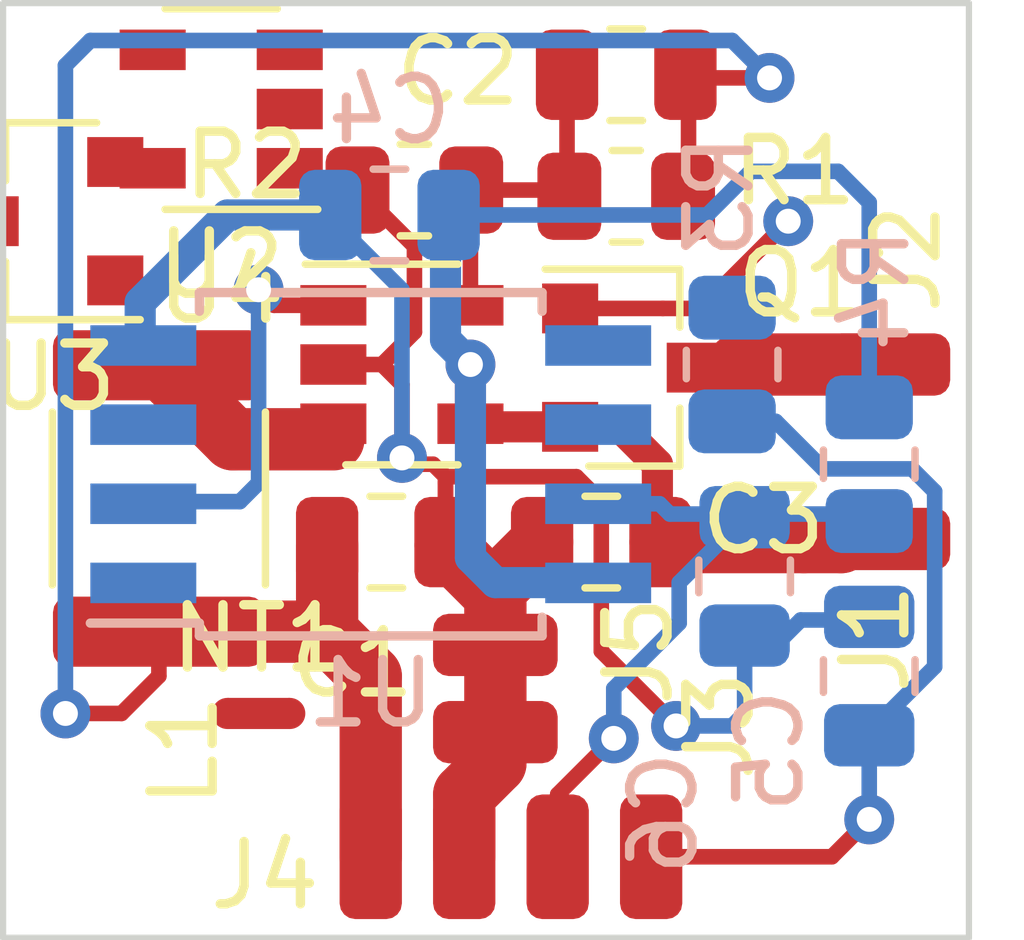
<source format=kicad_pcb>
(kicad_pcb (version 20171130) (host pcbnew 5.1.10-88a1d61d58~90~ubuntu20.04.1)

  (general
    (thickness 1)
    (drawings 4)
    (tracks 112)
    (zones 0)
    (modules 22)
    (nets 18)
  )

  (page A4)
  (layers
    (0 F.Cu signal hide)
    (31 B.Cu signal)
    (36 B.SilkS user hide)
    (37 F.SilkS user hide)
    (38 B.Mask user hide)
    (39 F.Mask user hide)
    (40 Dwgs.User user hide)
    (41 Cmts.User user hide)
    (42 Eco1.User user hide)
    (43 Eco2.User user hide)
    (44 Edge.Cuts user)
    (45 Margin user hide)
    (46 B.CrtYd user)
    (47 F.CrtYd user)
    (48 B.Fab user)
    (49 F.Fab user hide)
  )

  (setup
    (last_trace_width 0.25)
    (user_trace_width 0.5)
    (user_trace_width 1)
    (trace_clearance 0.2)
    (zone_clearance 0.508)
    (zone_45_only no)
    (trace_min 0.2)
    (via_size 0.8)
    (via_drill 0.4)
    (via_min_size 0.4)
    (via_min_drill 0.3)
    (uvia_size 0.3)
    (uvia_drill 0.1)
    (uvias_allowed no)
    (uvia_min_size 0.2)
    (uvia_min_drill 0.1)
    (edge_width 0.1)
    (segment_width 0.2)
    (pcb_text_width 0.3)
    (pcb_text_size 1.5 1.5)
    (mod_edge_width 0.15)
    (mod_text_size 1 1)
    (mod_text_width 0.15)
    (pad_size 1.524 1.524)
    (pad_drill 0.762)
    (pad_to_mask_clearance 0)
    (aux_axis_origin 0 0)
    (visible_elements FFF9FF7F)
    (pcbplotparams
      (layerselection 0x010f0_ffffffff)
      (usegerberextensions true)
      (usegerberattributes true)
      (usegerberadvancedattributes true)
      (creategerberjobfile false)
      (excludeedgelayer true)
      (linewidth 0.100000)
      (plotframeref false)
      (viasonmask false)
      (mode 1)
      (useauxorigin false)
      (hpglpennumber 1)
      (hpglpenspeed 20)
      (hpglpendiameter 15.000000)
      (psnegative false)
      (psa4output false)
      (plotreference true)
      (plotvalue true)
      (plotinvisibletext false)
      (padsonsilk false)
      (subtractmaskfromsilk false)
      (outputformat 1)
      (mirror false)
      (drillshape 0)
      (scaleselection 1)
      (outputdirectory "../gerber/led_lamp_base/"))
  )

  (net 0 "")
  (net 1 Vreg)
  (net 2 GND)
  (net 3 Vin)
  (net 4 /SW)
  (net 5 +BATT)
  (net 6 "Net-(L1-Pad1)")
  (net 7 "Net-(U1-Pad1)")
  (net 8 /FB)
  (net 9 /Vdim)
  (net 10 /~SW)
  (net 11 /REFON)
  (net 12 /~BATBYP)
  (net 13 "Net-(R3-Pad2)")
  (net 14 /LEDON)
  (net 15 /OC1A)
  (net 16 /REFIN)
  (net 17 +2V5)

  (net_class Default "This is the default net class."
    (clearance 0.2)
    (trace_width 0.25)
    (via_dia 0.8)
    (via_drill 0.4)
    (uvia_dia 0.3)
    (uvia_drill 0.1)
    (add_net +2V5)
    (add_net +BATT)
    (add_net /FB)
    (add_net /LEDON)
    (add_net /OC1A)
    (add_net /REFIN)
    (add_net /REFON)
    (add_net /SW)
    (add_net /Vdim)
    (add_net /~BATBYP)
    (add_net /~SW)
    (add_net GND)
    (add_net "Net-(L1-Pad1)")
    (add_net "Net-(R3-Pad2)")
    (add_net "Net-(U1-Pad1)")
    (add_net Vin)
    (add_net Vreg)
  )

  (module Capacitor_SMD:C_0805_2012Metric (layer F.Cu) (tedit 5F68FEEE) (tstamp 6167BDEF)
    (at 156.15 109.65)
    (descr "Capacitor SMD 0805 (2012 Metric), square (rectangular) end terminal, IPC_7351 nominal, (Body size source: IPC-SM-782 page 76, https://www.pcb-3d.com/wordpress/wp-content/uploads/ipc-sm-782a_amendment_1_and_2.pdf, https://docs.google.com/spreadsheets/d/1BsfQQcO9C6DZCsRaXUlFlo91Tg2WpOkGARC1WS5S8t0/edit?usp=sharing), generated with kicad-footprint-generator")
    (tags capacitor)
    (path /6163C6A3)
    (attr smd)
    (fp_text reference C1 (at -0.55 1.95) (layer F.SilkS)
      (effects (font (size 1 1) (thickness 0.15)))
    )
    (fp_text value 10u (at 0 1.68) (layer F.Fab)
      (effects (font (size 1 1) (thickness 0.15)))
    )
    (fp_line (start 1.7 0.98) (end -1.7 0.98) (layer F.CrtYd) (width 0.05))
    (fp_line (start 1.7 -0.98) (end 1.7 0.98) (layer F.CrtYd) (width 0.05))
    (fp_line (start -1.7 -0.98) (end 1.7 -0.98) (layer F.CrtYd) (width 0.05))
    (fp_line (start -1.7 0.98) (end -1.7 -0.98) (layer F.CrtYd) (width 0.05))
    (fp_line (start -0.261252 0.735) (end 0.261252 0.735) (layer F.SilkS) (width 0.12))
    (fp_line (start -0.261252 -0.735) (end 0.261252 -0.735) (layer F.SilkS) (width 0.12))
    (fp_line (start 1 0.625) (end -1 0.625) (layer F.Fab) (width 0.1))
    (fp_line (start 1 -0.625) (end 1 0.625) (layer F.Fab) (width 0.1))
    (fp_line (start -1 -0.625) (end 1 -0.625) (layer F.Fab) (width 0.1))
    (fp_line (start -1 0.625) (end -1 -0.625) (layer F.Fab) (width 0.1))
    (fp_text user %R (at 0 0) (layer F.Fab)
      (effects (font (size 0.5 0.5) (thickness 0.08)))
    )
    (pad 1 smd roundrect (at -0.95 0) (size 1 1.45) (layers F.Cu F.Paste F.Mask) (roundrect_rratio 0.25)
      (net 1 Vreg))
    (pad 2 smd roundrect (at 0.95 0) (size 1 1.45) (layers F.Cu F.Paste F.Mask) (roundrect_rratio 0.25)
      (net 2 GND))
    (model ${KISYS3DMOD}/Capacitor_SMD.3dshapes/C_0805_2012Metric.wrl
      (at (xyz 0 0 0))
      (scale (xyz 1 1 1))
      (rotate (xyz 0 0 0))
    )
  )

  (module Capacitor_SMD:C_0805_2012Metric (layer F.Cu) (tedit 5F68FEEE) (tstamp 6167C371)
    (at 160 102.15 180)
    (descr "Capacitor SMD 0805 (2012 Metric), square (rectangular) end terminal, IPC_7351 nominal, (Body size source: IPC-SM-782 page 76, https://www.pcb-3d.com/wordpress/wp-content/uploads/ipc-sm-782a_amendment_1_and_2.pdf, https://docs.google.com/spreadsheets/d/1BsfQQcO9C6DZCsRaXUlFlo91Tg2WpOkGARC1WS5S8t0/edit?usp=sharing), generated with kicad-footprint-generator")
    (tags capacitor)
    (path /6163A624)
    (attr smd)
    (fp_text reference C2 (at 2.7 0.05) (layer F.SilkS)
      (effects (font (size 1 1) (thickness 0.15)))
    )
    (fp_text value 22p (at 0 1.68) (layer F.Fab)
      (effects (font (size 1 1) (thickness 0.15)))
    )
    (fp_line (start 1.7 0.98) (end -1.7 0.98) (layer F.CrtYd) (width 0.05))
    (fp_line (start 1.7 -0.98) (end 1.7 0.98) (layer F.CrtYd) (width 0.05))
    (fp_line (start -1.7 -0.98) (end 1.7 -0.98) (layer F.CrtYd) (width 0.05))
    (fp_line (start -1.7 0.98) (end -1.7 -0.98) (layer F.CrtYd) (width 0.05))
    (fp_line (start -0.261252 0.735) (end 0.261252 0.735) (layer F.SilkS) (width 0.12))
    (fp_line (start -0.261252 -0.735) (end 0.261252 -0.735) (layer F.SilkS) (width 0.12))
    (fp_line (start 1 0.625) (end -1 0.625) (layer F.Fab) (width 0.1))
    (fp_line (start 1 -0.625) (end 1 0.625) (layer F.Fab) (width 0.1))
    (fp_line (start -1 -0.625) (end 1 -0.625) (layer F.Fab) (width 0.1))
    (fp_line (start -1 0.625) (end -1 -0.625) (layer F.Fab) (width 0.1))
    (fp_text user %R (at 0 0) (layer F.Fab)
      (effects (font (size 0.5 0.5) (thickness 0.08)))
    )
    (pad 1 smd roundrect (at -0.95 0 180) (size 1 1.45) (layers F.Cu F.Paste F.Mask) (roundrect_rratio 0.25)
      (net 1 Vreg))
    (pad 2 smd roundrect (at 0.95 0 180) (size 1 1.45) (layers F.Cu F.Paste F.Mask) (roundrect_rratio 0.25)
      (net 8 /FB))
    (model ${KISYS3DMOD}/Capacitor_SMD.3dshapes/C_0805_2012Metric.wrl
      (at (xyz 0 0 0))
      (scale (xyz 1 1 1))
      (rotate (xyz 0 0 0))
    )
  )

  (module Capacitor_SMD:C_0805_2012Metric (layer F.Cu) (tedit 5F68FEEE) (tstamp 6167BE11)
    (at 159.6 109.65 180)
    (descr "Capacitor SMD 0805 (2012 Metric), square (rectangular) end terminal, IPC_7351 nominal, (Body size source: IPC-SM-782 page 76, https://www.pcb-3d.com/wordpress/wp-content/uploads/ipc-sm-782a_amendment_1_and_2.pdf, https://docs.google.com/spreadsheets/d/1BsfQQcO9C6DZCsRaXUlFlo91Tg2WpOkGARC1WS5S8t0/edit?usp=sharing), generated with kicad-footprint-generator")
    (tags capacitor)
    (path /6163D5CC)
    (attr smd)
    (fp_text reference C3 (at -2.6 0.35) (layer F.SilkS)
      (effects (font (size 1 1) (thickness 0.15)))
    )
    (fp_text value 10u (at 0 1.68) (layer F.Fab)
      (effects (font (size 1 1) (thickness 0.15)))
    )
    (fp_line (start -1 0.625) (end -1 -0.625) (layer F.Fab) (width 0.1))
    (fp_line (start -1 -0.625) (end 1 -0.625) (layer F.Fab) (width 0.1))
    (fp_line (start 1 -0.625) (end 1 0.625) (layer F.Fab) (width 0.1))
    (fp_line (start 1 0.625) (end -1 0.625) (layer F.Fab) (width 0.1))
    (fp_line (start -0.261252 -0.735) (end 0.261252 -0.735) (layer F.SilkS) (width 0.12))
    (fp_line (start -0.261252 0.735) (end 0.261252 0.735) (layer F.SilkS) (width 0.12))
    (fp_line (start -1.7 0.98) (end -1.7 -0.98) (layer F.CrtYd) (width 0.05))
    (fp_line (start -1.7 -0.98) (end 1.7 -0.98) (layer F.CrtYd) (width 0.05))
    (fp_line (start 1.7 -0.98) (end 1.7 0.98) (layer F.CrtYd) (width 0.05))
    (fp_line (start 1.7 0.98) (end -1.7 0.98) (layer F.CrtYd) (width 0.05))
    (fp_text user %R (at 0 0) (layer F.Fab)
      (effects (font (size 0.5 0.5) (thickness 0.08)))
    )
    (pad 2 smd roundrect (at 0.95 0 180) (size 1 1.45) (layers F.Cu F.Paste F.Mask) (roundrect_rratio 0.25)
      (net 2 GND))
    (pad 1 smd roundrect (at -0.95 0 180) (size 1 1.45) (layers F.Cu F.Paste F.Mask) (roundrect_rratio 0.25)
      (net 3 Vin))
    (model ${KISYS3DMOD}/Capacitor_SMD.3dshapes/C_0805_2012Metric.wrl
      (at (xyz 0 0 0))
      (scale (xyz 1 1 1))
      (rotate (xyz 0 0 0))
    )
  )

  (module Capacitor_SMD:C_0805_2012Metric (layer B.Cu) (tedit 5F68FEEE) (tstamp 6167BE22)
    (at 156.2 104.4 180)
    (descr "Capacitor SMD 0805 (2012 Metric), square (rectangular) end terminal, IPC_7351 nominal, (Body size source: IPC-SM-782 page 76, https://www.pcb-3d.com/wordpress/wp-content/uploads/ipc-sm-782a_amendment_1_and_2.pdf, https://docs.google.com/spreadsheets/d/1BsfQQcO9C6DZCsRaXUlFlo91Tg2WpOkGARC1WS5S8t0/edit?usp=sharing), generated with kicad-footprint-generator")
    (tags capacitor)
    (path /61661E47)
    (attr smd)
    (fp_text reference C4 (at 0 1.68) (layer B.SilkS)
      (effects (font (size 1 1) (thickness 0.15)) (justify mirror))
    )
    (fp_text value 0,1u (at 0 -1.68) (layer B.Fab)
      (effects (font (size 1 1) (thickness 0.15)) (justify mirror))
    )
    (fp_line (start -1 -0.625) (end -1 0.625) (layer B.Fab) (width 0.1))
    (fp_line (start -1 0.625) (end 1 0.625) (layer B.Fab) (width 0.1))
    (fp_line (start 1 0.625) (end 1 -0.625) (layer B.Fab) (width 0.1))
    (fp_line (start 1 -0.625) (end -1 -0.625) (layer B.Fab) (width 0.1))
    (fp_line (start -0.261252 0.735) (end 0.261252 0.735) (layer B.SilkS) (width 0.12))
    (fp_line (start -0.261252 -0.735) (end 0.261252 -0.735) (layer B.SilkS) (width 0.12))
    (fp_line (start -1.7 -0.98) (end -1.7 0.98) (layer B.CrtYd) (width 0.05))
    (fp_line (start -1.7 0.98) (end 1.7 0.98) (layer B.CrtYd) (width 0.05))
    (fp_line (start 1.7 0.98) (end 1.7 -0.98) (layer B.CrtYd) (width 0.05))
    (fp_line (start 1.7 -0.98) (end -1.7 -0.98) (layer B.CrtYd) (width 0.05))
    (fp_text user %R (at 0 0) (layer B.Fab)
      (effects (font (size 0.5 0.5) (thickness 0.08)) (justify mirror))
    )
    (pad 2 smd roundrect (at 0.95 0 180) (size 1 1.45) (layers B.Cu B.Paste B.Mask) (roundrect_rratio 0.25)
      (net 2 GND))
    (pad 1 smd roundrect (at -0.95 0 180) (size 1 1.45) (layers B.Cu B.Paste B.Mask) (roundrect_rratio 0.25)
      (net 3 Vin))
    (model ${KISYS3DMOD}/Capacitor_SMD.3dshapes/C_0805_2012Metric.wrl
      (at (xyz 0 0 0))
      (scale (xyz 1 1 1))
      (rotate (xyz 0 0 0))
    )
  )

  (module Capacitor_SMD:C_0805_2012Metric (layer B.Cu) (tedit 5F68FEEE) (tstamp 6167BE33)
    (at 163.9 111.8 90)
    (descr "Capacitor SMD 0805 (2012 Metric), square (rectangular) end terminal, IPC_7351 nominal, (Body size source: IPC-SM-782 page 76, https://www.pcb-3d.com/wordpress/wp-content/uploads/ipc-sm-782a_amendment_1_and_2.pdf, https://docs.google.com/spreadsheets/d/1BsfQQcO9C6DZCsRaXUlFlo91Tg2WpOkGARC1WS5S8t0/edit?usp=sharing), generated with kicad-footprint-generator")
    (tags capacitor)
    (path /6166524A)
    (attr smd)
    (fp_text reference C5 (at -1.2 -1.6 90) (layer B.SilkS)
      (effects (font (size 1 1) (thickness 0.15)) (justify mirror))
    )
    (fp_text value 0,1u (at 0 -1.68 90) (layer B.Fab)
      (effects (font (size 1 1) (thickness 0.15)) (justify mirror))
    )
    (fp_line (start 1.7 -0.98) (end -1.7 -0.98) (layer B.CrtYd) (width 0.05))
    (fp_line (start 1.7 0.98) (end 1.7 -0.98) (layer B.CrtYd) (width 0.05))
    (fp_line (start -1.7 0.98) (end 1.7 0.98) (layer B.CrtYd) (width 0.05))
    (fp_line (start -1.7 -0.98) (end -1.7 0.98) (layer B.CrtYd) (width 0.05))
    (fp_line (start -0.261252 -0.735) (end 0.261252 -0.735) (layer B.SilkS) (width 0.12))
    (fp_line (start -0.261252 0.735) (end 0.261252 0.735) (layer B.SilkS) (width 0.12))
    (fp_line (start 1 -0.625) (end -1 -0.625) (layer B.Fab) (width 0.1))
    (fp_line (start 1 0.625) (end 1 -0.625) (layer B.Fab) (width 0.1))
    (fp_line (start -1 0.625) (end 1 0.625) (layer B.Fab) (width 0.1))
    (fp_line (start -1 -0.625) (end -1 0.625) (layer B.Fab) (width 0.1))
    (fp_text user %R (at 0 0 90) (layer B.Fab)
      (effects (font (size 0.5 0.5) (thickness 0.08)) (justify mirror))
    )
    (pad 1 smd roundrect (at -0.95 0 90) (size 1 1.45) (layers B.Cu B.Paste B.Mask) (roundrect_rratio 0.25)
      (net 9 /Vdim))
    (pad 2 smd roundrect (at 0.95 0 90) (size 1 1.45) (layers B.Cu B.Paste B.Mask) (roundrect_rratio 0.25)
      (net 2 GND))
    (model ${KISYS3DMOD}/Capacitor_SMD.3dshapes/C_0805_2012Metric.wrl
      (at (xyz 0 0 0))
      (scale (xyz 1 1 1))
      (rotate (xyz 0 0 0))
    )
  )

  (module Capacitor_SMD:C_0805_2012Metric (layer B.Cu) (tedit 5F68FEEE) (tstamp 6167BE44)
    (at 161.9 110.2 270)
    (descr "Capacitor SMD 0805 (2012 Metric), square (rectangular) end terminal, IPC_7351 nominal, (Body size source: IPC-SM-782 page 76, https://www.pcb-3d.com/wordpress/wp-content/uploads/ipc-sm-782a_amendment_1_and_2.pdf, https://docs.google.com/spreadsheets/d/1BsfQQcO9C6DZCsRaXUlFlo91Tg2WpOkGARC1WS5S8t0/edit?usp=sharing), generated with kicad-footprint-generator")
    (tags capacitor)
    (path /6168B627)
    (attr smd)
    (fp_text reference C6 (at 3.8 1.3 270) (layer B.SilkS)
      (effects (font (size 1 1) (thickness 0.15)) (justify mirror))
    )
    (fp_text value 0.1u (at 0 -1.68 270) (layer B.Fab)
      (effects (font (size 1 1) (thickness 0.15)) (justify mirror))
    )
    (fp_line (start -1 -0.625) (end -1 0.625) (layer B.Fab) (width 0.1))
    (fp_line (start -1 0.625) (end 1 0.625) (layer B.Fab) (width 0.1))
    (fp_line (start 1 0.625) (end 1 -0.625) (layer B.Fab) (width 0.1))
    (fp_line (start 1 -0.625) (end -1 -0.625) (layer B.Fab) (width 0.1))
    (fp_line (start -0.261252 0.735) (end 0.261252 0.735) (layer B.SilkS) (width 0.12))
    (fp_line (start -0.261252 -0.735) (end 0.261252 -0.735) (layer B.SilkS) (width 0.12))
    (fp_line (start -1.7 -0.98) (end -1.7 0.98) (layer B.CrtYd) (width 0.05))
    (fp_line (start -1.7 0.98) (end 1.7 0.98) (layer B.CrtYd) (width 0.05))
    (fp_line (start 1.7 0.98) (end 1.7 -0.98) (layer B.CrtYd) (width 0.05))
    (fp_line (start 1.7 -0.98) (end -1.7 -0.98) (layer B.CrtYd) (width 0.05))
    (fp_text user %R (at 0 0 270) (layer B.Fab)
      (effects (font (size 0.5 0.5) (thickness 0.08)) (justify mirror))
    )
    (pad 2 smd roundrect (at 0.95 0 270) (size 1 1.45) (layers B.Cu B.Paste B.Mask) (roundrect_rratio 0.25)
      (net 2 GND))
    (pad 1 smd roundrect (at -0.95 0 270) (size 1 1.45) (layers B.Cu B.Paste B.Mask) (roundrect_rratio 0.25)
      (net 4 /SW))
    (model ${KISYS3DMOD}/Capacitor_SMD.3dshapes/C_0805_2012Metric.wrl
      (at (xyz 0 0 0))
      (scale (xyz 1 1 1))
      (rotate (xyz 0 0 0))
    )
  )

  (module led_lamp:SolderWirePad_1x01_SMD_1x2mm (layer F.Cu) (tedit 615F4851) (tstamp 6167BE52)
    (at 164.2 109.6 90)
    (descr "Wire Pad, Square, SMD Pad,  1mmx2mm")
    (tags "MesurementPoint Square SMDPad 5mmx10mm ")
    (path /6169CED8)
    (attr virtual)
    (fp_text reference J1 (at -1.6 -0.2 90) (layer F.SilkS)
      (effects (font (size 1 1) (thickness 0.15)))
    )
    (fp_text value Conn_01x01 (at 0 2.85 90) (layer F.Fab)
      (effects (font (size 1 1) (thickness 0.15)))
    )
    (fp_line (start -0.65 1.27) (end -0.65 -1.27) (layer F.Fab) (width 0.1))
    (fp_line (start 0.65 1.27) (end -0.65 1.27) (layer F.Fab) (width 0.1))
    (fp_line (start 0.65 -1.27) (end 0.65 1.27) (layer F.Fab) (width 0.1))
    (fp_line (start -0.65 -1.27) (end 0.65 -1.27) (layer F.Fab) (width 0.1))
    (fp_line (start -0.65 -1.27) (end -0.65 1.27) (layer F.CrtYd) (width 0.05))
    (fp_line (start -0.65 1.27) (end 0.65 1.27) (layer F.CrtYd) (width 0.05))
    (fp_line (start 0.65 1.27) (end 0.65 -1.27) (layer F.CrtYd) (width 0.05))
    (fp_line (start 0.65 -1.27) (end -0.65 -1.27) (layer F.CrtYd) (width 0.05))
    (fp_text user %R (at 0 0 90) (layer F.Fab)
      (effects (font (size 1 1) (thickness 0.15)))
    )
    (pad 1 smd roundrect (at 0 0 90) (size 1 2) (layers F.Cu F.Paste F.Mask) (roundrect_rratio 0.25)
      (net 3 Vin))
  )

  (module led_lamp:SolderWirePad_1x01_SMD_1x2mm (layer F.Cu) (tedit 615F4851) (tstamp 61681345)
    (at 164.2 106.8 90)
    (descr "Wire Pad, Square, SMD Pad,  1mmx2mm")
    (tags "MesurementPoint Square SMDPad 5mmx10mm ")
    (path /61649662)
    (attr virtual)
    (fp_text reference J2 (at 1.7 0.3 90) (layer F.SilkS)
      (effects (font (size 1 1) (thickness 0.15)))
    )
    (fp_text value Conn_01x01 (at 0 2.85 90) (layer F.Fab)
      (effects (font (size 1 1) (thickness 0.15)))
    )
    (fp_line (start 0.65 -1.27) (end -0.65 -1.27) (layer F.CrtYd) (width 0.05))
    (fp_line (start 0.65 1.27) (end 0.65 -1.27) (layer F.CrtYd) (width 0.05))
    (fp_line (start -0.65 1.27) (end 0.65 1.27) (layer F.CrtYd) (width 0.05))
    (fp_line (start -0.65 -1.27) (end -0.65 1.27) (layer F.CrtYd) (width 0.05))
    (fp_line (start -0.65 -1.27) (end 0.65 -1.27) (layer F.Fab) (width 0.1))
    (fp_line (start 0.65 -1.27) (end 0.65 1.27) (layer F.Fab) (width 0.1))
    (fp_line (start 0.65 1.27) (end -0.65 1.27) (layer F.Fab) (width 0.1))
    (fp_line (start -0.65 1.27) (end -0.65 -1.27) (layer F.Fab) (width 0.1))
    (fp_text user %R (at 0 0 90) (layer F.Fab)
      (effects (font (size 1 1) (thickness 0.15)))
    )
    (pad 1 smd roundrect (at 0 0 90) (size 1 2) (layers F.Cu F.Paste F.Mask) (roundrect_rratio 0.25)
      (net 5 +BATT))
  )

  (module led_lamp:SolderWirePad_1x01_SMD_1x2mm (layer F.Cu) (tedit 615F4851) (tstamp 6167BE6E)
    (at 157.9 112.7 270)
    (descr "Wire Pad, Square, SMD Pad,  1mmx2mm")
    (tags "MesurementPoint Square SMDPad 5mmx10mm ")
    (path /6164CA1C)
    (attr virtual)
    (fp_text reference J3 (at -0.1 -3.6 90) (layer F.SilkS)
      (effects (font (size 1 1) (thickness 0.15)))
    )
    (fp_text value Conn_01x01 (at 0 2.85 90) (layer F.Fab)
      (effects (font (size 1 1) (thickness 0.15)))
    )
    (fp_line (start 0.65 -1.27) (end -0.65 -1.27) (layer F.CrtYd) (width 0.05))
    (fp_line (start 0.65 1.27) (end 0.65 -1.27) (layer F.CrtYd) (width 0.05))
    (fp_line (start -0.65 1.27) (end 0.65 1.27) (layer F.CrtYd) (width 0.05))
    (fp_line (start -0.65 -1.27) (end -0.65 1.27) (layer F.CrtYd) (width 0.05))
    (fp_line (start -0.65 -1.27) (end 0.65 -1.27) (layer F.Fab) (width 0.1))
    (fp_line (start 0.65 -1.27) (end 0.65 1.27) (layer F.Fab) (width 0.1))
    (fp_line (start 0.65 1.27) (end -0.65 1.27) (layer F.Fab) (width 0.1))
    (fp_line (start -0.65 1.27) (end -0.65 -1.27) (layer F.Fab) (width 0.1))
    (fp_text user %R (at 0 0 90) (layer F.Fab)
      (effects (font (size 1 1) (thickness 0.15)))
    )
    (pad 1 smd roundrect (at 0 0 270) (size 1 2) (layers F.Cu F.Paste F.Mask) (roundrect_rratio 0.25)
      (net 2 GND))
  )

  (module led_lamp:SolderWirePad_1x04_SMD_1x2mm (layer F.Cu) (tedit 615CF2C7) (tstamp 6167C64A)
    (at 155.9 114.7)
    (descr "Wire Pad, Square, SMD Pad,  1mmx2mm")
    (tags "MesurementPoint Square SMDPad 5mmx10mm ")
    (path /616519ED)
    (attr virtual)
    (fp_text reference J4 (at -1.7 0.3) (layer F.SilkS)
      (effects (font (size 1 1) (thickness 0.15)))
    )
    (fp_text value Conn_01x04 (at 2.75 2.3) (layer F.Fab)
      (effects (font (size 1 1) (thickness 0.15)))
    )
    (fp_line (start 5.13 -1.27) (end -0.63 -1.27) (layer F.CrtYd) (width 0.05))
    (fp_line (start 5.13 1.27) (end 5.13 -1.27) (layer F.CrtYd) (width 0.05))
    (fp_line (start -0.63 1.27) (end 5.13 1.27) (layer F.CrtYd) (width 0.05))
    (fp_line (start -0.63 -1.27) (end -0.63 1.27) (layer F.CrtYd) (width 0.05))
    (fp_line (start -0.63 -1.27) (end 5.13 -1.27) (layer F.Fab) (width 0.1))
    (fp_line (start 5.13 -1.27) (end 5.13 1.27) (layer F.Fab) (width 0.1))
    (fp_line (start 5.13 1.27) (end -0.63 1.27) (layer F.Fab) (width 0.1))
    (fp_line (start -0.63 1.27) (end -0.63 -1.27) (layer F.Fab) (width 0.1))
    (fp_text user %R (at 0 0) (layer F.Fab)
      (effects (font (size 1 1) (thickness 0.15)))
    )
    (pad 1 smd roundrect (at 0 0) (size 1 2) (layers F.Cu F.Paste F.Mask) (roundrect_rratio 0.25)
      (net 1 Vreg))
    (pad 2 smd roundrect (at 1.5 0) (size 1 2) (layers F.Cu F.Paste F.Mask) (roundrect_rratio 0.25)
      (net 2 GND))
    (pad 3 smd roundrect (at 3 0) (size 1 2) (layers F.Cu F.Paste F.Mask) (roundrect_rratio 0.25)
      (net 10 /~SW))
    (pad 4 smd roundrect (at 4.5 0) (size 1 2) (layers F.Cu F.Paste F.Mask) (roundrect_rratio 0.25)
      (net 9 /Vdim))
  )

  (module Inductor_SMD:L_1812_4532Metric (layer F.Cu) (tedit 5F68FEF0) (tstamp 61678DC4)
    (at 152.5 108.95 270)
    (descr "Inductor SMD 1812 (4532 Metric), square (rectangular) end terminal, IPC_7351 nominal, (Body size source: https://www.nikhef.nl/pub/departments/mt/projects/detectorR_D/dtddice/ERJ2G.pdf), generated with kicad-footprint-generator")
    (tags inductor)
    (path /6163A040)
    (attr smd)
    (fp_text reference L1 (at 4.05 -0.4 90) (layer F.SilkS)
      (effects (font (size 1 1) (thickness 0.15)))
    )
    (fp_text value 2,2u (at 0 2.65 90) (layer F.Fab)
      (effects (font (size 1 1) (thickness 0.15)))
    )
    (fp_line (start 2.95 1.95) (end -2.95 1.95) (layer F.CrtYd) (width 0.05))
    (fp_line (start 2.95 -1.95) (end 2.95 1.95) (layer F.CrtYd) (width 0.05))
    (fp_line (start -2.95 -1.95) (end 2.95 -1.95) (layer F.CrtYd) (width 0.05))
    (fp_line (start -2.95 1.95) (end -2.95 -1.95) (layer F.CrtYd) (width 0.05))
    (fp_line (start -1.386252 1.71) (end 1.386252 1.71) (layer F.SilkS) (width 0.12))
    (fp_line (start -1.386252 -1.71) (end 1.386252 -1.71) (layer F.SilkS) (width 0.12))
    (fp_line (start 2.25 1.6) (end -2.25 1.6) (layer F.Fab) (width 0.1))
    (fp_line (start 2.25 -1.6) (end 2.25 1.6) (layer F.Fab) (width 0.1))
    (fp_line (start -2.25 -1.6) (end 2.25 -1.6) (layer F.Fab) (width 0.1))
    (fp_line (start -2.25 1.6) (end -2.25 -1.6) (layer F.Fab) (width 0.1))
    (fp_text user %R (at 0 0 90) (layer F.Fab)
      (effects (font (size 1 1) (thickness 0.15)))
    )
    (pad 1 smd roundrect (at -2.1375 0 270) (size 1.125 3.4) (layers F.Cu F.Paste F.Mask) (roundrect_rratio 0.2222213333333333)
      (net 6 "Net-(L1-Pad1)"))
    (pad 2 smd roundrect (at 2.1375 0 270) (size 1.125 3.4) (layers F.Cu F.Paste F.Mask) (roundrect_rratio 0.2222213333333333)
      (net 1 Vreg))
    (model ${KISYS3DMOD}/Inductor_SMD.3dshapes/L_1812_4532Metric.wrl
      (at (xyz 0 0 0))
      (scale (xyz 1 1 1))
      (rotate (xyz 0 0 0))
    )
  )

  (module Package_TO_SOT_SMD:SOT-23 (layer F.Cu) (tedit 5A02FF57) (tstamp 6167C693)
    (at 160.1 106.85)
    (descr "SOT-23, Standard")
    (tags SOT-23)
    (path /6165001D)
    (attr smd)
    (fp_text reference Q1 (at 2.7 -1.35) (layer F.SilkS)
      (effects (font (size 1 1) (thickness 0.15)))
    )
    (fp_text value FDN306P (at 0 2.5) (layer F.Fab)
      (effects (font (size 1 1) (thickness 0.15)))
    )
    (fp_line (start 0.76 1.58) (end -0.7 1.58) (layer F.SilkS) (width 0.12))
    (fp_line (start 0.76 -1.58) (end -1.4 -1.58) (layer F.SilkS) (width 0.12))
    (fp_line (start -1.7 1.75) (end -1.7 -1.75) (layer F.CrtYd) (width 0.05))
    (fp_line (start 1.7 1.75) (end -1.7 1.75) (layer F.CrtYd) (width 0.05))
    (fp_line (start 1.7 -1.75) (end 1.7 1.75) (layer F.CrtYd) (width 0.05))
    (fp_line (start -1.7 -1.75) (end 1.7 -1.75) (layer F.CrtYd) (width 0.05))
    (fp_line (start 0.76 -1.58) (end 0.76 -0.65) (layer F.SilkS) (width 0.12))
    (fp_line (start 0.76 1.58) (end 0.76 0.65) (layer F.SilkS) (width 0.12))
    (fp_line (start -0.7 1.52) (end 0.7 1.52) (layer F.Fab) (width 0.1))
    (fp_line (start 0.7 -1.52) (end 0.7 1.52) (layer F.Fab) (width 0.1))
    (fp_line (start -0.7 -0.95) (end -0.15 -1.52) (layer F.Fab) (width 0.1))
    (fp_line (start -0.15 -1.52) (end 0.7 -1.52) (layer F.Fab) (width 0.1))
    (fp_line (start -0.7 -0.95) (end -0.7 1.5) (layer F.Fab) (width 0.1))
    (fp_text user %R (at 0 0 90) (layer F.Fab)
      (effects (font (size 0.5 0.5) (thickness 0.075)))
    )
    (pad 1 smd rect (at -1 -0.95) (size 0.9 0.8) (layers F.Cu F.Paste F.Mask)
      (net 12 /~BATBYP))
    (pad 2 smd rect (at -1 0.95) (size 0.9 0.8) (layers F.Cu F.Paste F.Mask)
      (net 3 Vin))
    (pad 3 smd rect (at 1 0) (size 0.9 0.8) (layers F.Cu F.Paste F.Mask)
      (net 5 +BATT))
    (model ${KISYS3DMOD}/Package_TO_SOT_SMD.3dshapes/SOT-23.wrl
      (at (xyz 0 0 0))
      (scale (xyz 1 1 1))
      (rotate (xyz 0 0 0))
    )
  )

  (module Resistor_SMD:R_0805_2012Metric (layer F.Cu) (tedit 5F68FEEE) (tstamp 6167C3A1)
    (at 160 104.1 180)
    (descr "Resistor SMD 0805 (2012 Metric), square (rectangular) end terminal, IPC_7351 nominal, (Body size source: IPC-SM-782 page 72, https://www.pcb-3d.com/wordpress/wp-content/uploads/ipc-sm-782a_amendment_1_and_2.pdf), generated with kicad-footprint-generator")
    (tags resistor)
    (path /6163ACFB)
    (attr smd)
    (fp_text reference R1 (at -2.7 0.4) (layer F.SilkS)
      (effects (font (size 1 1) (thickness 0.15)))
    )
    (fp_text value 1,1M (at 0 1.65) (layer F.Fab)
      (effects (font (size 1 1) (thickness 0.15)))
    )
    (fp_line (start -1 0.625) (end -1 -0.625) (layer F.Fab) (width 0.1))
    (fp_line (start -1 -0.625) (end 1 -0.625) (layer F.Fab) (width 0.1))
    (fp_line (start 1 -0.625) (end 1 0.625) (layer F.Fab) (width 0.1))
    (fp_line (start 1 0.625) (end -1 0.625) (layer F.Fab) (width 0.1))
    (fp_line (start -0.227064 -0.735) (end 0.227064 -0.735) (layer F.SilkS) (width 0.12))
    (fp_line (start -0.227064 0.735) (end 0.227064 0.735) (layer F.SilkS) (width 0.12))
    (fp_line (start -1.68 0.95) (end -1.68 -0.95) (layer F.CrtYd) (width 0.05))
    (fp_line (start -1.68 -0.95) (end 1.68 -0.95) (layer F.CrtYd) (width 0.05))
    (fp_line (start 1.68 -0.95) (end 1.68 0.95) (layer F.CrtYd) (width 0.05))
    (fp_line (start 1.68 0.95) (end -1.68 0.95) (layer F.CrtYd) (width 0.05))
    (fp_text user %R (at 0 0) (layer F.Fab)
      (effects (font (size 0.5 0.5) (thickness 0.08)))
    )
    (pad 2 smd roundrect (at 0.9125 0 180) (size 1.025 1.4) (layers F.Cu F.Paste F.Mask) (roundrect_rratio 0.2439014634146341)
      (net 8 /FB))
    (pad 1 smd roundrect (at -0.9125 0 180) (size 1.025 1.4) (layers F.Cu F.Paste F.Mask) (roundrect_rratio 0.2439014634146341)
      (net 1 Vreg))
    (model ${KISYS3DMOD}/Resistor_SMD.3dshapes/R_0805_2012Metric.wrl
      (at (xyz 0 0 0))
      (scale (xyz 1 1 1))
      (rotate (xyz 0 0 0))
    )
  )

  (module Resistor_SMD:R_0805_2012Metric (layer F.Cu) (tedit 5F68FEEE) (tstamp 6167C3F6)
    (at 156.6 104 180)
    (descr "Resistor SMD 0805 (2012 Metric), square (rectangular) end terminal, IPC_7351 nominal, (Body size source: IPC-SM-782 page 72, https://www.pcb-3d.com/wordpress/wp-content/uploads/ipc-sm-782a_amendment_1_and_2.pdf), generated with kicad-footprint-generator")
    (tags resistor)
    (path /6163AF14)
    (attr smd)
    (fp_text reference R2 (at 2.7 0.4) (layer F.SilkS)
      (effects (font (size 1 1) (thickness 0.15)))
    )
    (fp_text value 270k (at 0 1.65) (layer F.Fab)
      (effects (font (size 1 1) (thickness 0.15)))
    )
    (fp_line (start 1.68 0.95) (end -1.68 0.95) (layer F.CrtYd) (width 0.05))
    (fp_line (start 1.68 -0.95) (end 1.68 0.95) (layer F.CrtYd) (width 0.05))
    (fp_line (start -1.68 -0.95) (end 1.68 -0.95) (layer F.CrtYd) (width 0.05))
    (fp_line (start -1.68 0.95) (end -1.68 -0.95) (layer F.CrtYd) (width 0.05))
    (fp_line (start -0.227064 0.735) (end 0.227064 0.735) (layer F.SilkS) (width 0.12))
    (fp_line (start -0.227064 -0.735) (end 0.227064 -0.735) (layer F.SilkS) (width 0.12))
    (fp_line (start 1 0.625) (end -1 0.625) (layer F.Fab) (width 0.1))
    (fp_line (start 1 -0.625) (end 1 0.625) (layer F.Fab) (width 0.1))
    (fp_line (start -1 -0.625) (end 1 -0.625) (layer F.Fab) (width 0.1))
    (fp_line (start -1 0.625) (end -1 -0.625) (layer F.Fab) (width 0.1))
    (fp_text user %R (at 0 0) (layer F.Fab)
      (effects (font (size 0.5 0.5) (thickness 0.08)))
    )
    (pad 1 smd roundrect (at -0.9125 0 180) (size 1.025 1.4) (layers F.Cu F.Paste F.Mask) (roundrect_rratio 0.2439014634146341)
      (net 8 /FB))
    (pad 2 smd roundrect (at 0.9125 0 180) (size 1.025 1.4) (layers F.Cu F.Paste F.Mask) (roundrect_rratio 0.2439014634146341)
      (net 2 GND))
    (model ${KISYS3DMOD}/Resistor_SMD.3dshapes/R_0805_2012Metric.wrl
      (at (xyz 0 0 0))
      (scale (xyz 1 1 1))
      (rotate (xyz 0 0 0))
    )
  )

  (module Resistor_SMD:R_0805_2012Metric (layer B.Cu) (tedit 5F68FEEE) (tstamp 61678EBB)
    (at 161.7 106.8 90)
    (descr "Resistor SMD 0805 (2012 Metric), square (rectangular) end terminal, IPC_7351 nominal, (Body size source: IPC-SM-782 page 72, https://www.pcb-3d.com/wordpress/wp-content/uploads/ipc-sm-782a_amendment_1_and_2.pdf), generated with kicad-footprint-generator")
    (tags resistor)
    (path /61664D69)
    (attr smd)
    (fp_text reference R3 (at 2.7 -0.2 90) (layer B.SilkS)
      (effects (font (size 1 1) (thickness 0.15)) (justify mirror))
    )
    (fp_text value 10k (at 0 -1.65 90) (layer B.Fab)
      (effects (font (size 1 1) (thickness 0.15)) (justify mirror))
    )
    (fp_line (start 1.68 -0.95) (end -1.68 -0.95) (layer B.CrtYd) (width 0.05))
    (fp_line (start 1.68 0.95) (end 1.68 -0.95) (layer B.CrtYd) (width 0.05))
    (fp_line (start -1.68 0.95) (end 1.68 0.95) (layer B.CrtYd) (width 0.05))
    (fp_line (start -1.68 -0.95) (end -1.68 0.95) (layer B.CrtYd) (width 0.05))
    (fp_line (start -0.227064 -0.735) (end 0.227064 -0.735) (layer B.SilkS) (width 0.12))
    (fp_line (start -0.227064 0.735) (end 0.227064 0.735) (layer B.SilkS) (width 0.12))
    (fp_line (start 1 -0.625) (end -1 -0.625) (layer B.Fab) (width 0.1))
    (fp_line (start 1 0.625) (end 1 -0.625) (layer B.Fab) (width 0.1))
    (fp_line (start -1 0.625) (end 1 0.625) (layer B.Fab) (width 0.1))
    (fp_line (start -1 -0.625) (end -1 0.625) (layer B.Fab) (width 0.1))
    (fp_text user %R (at 0 0 90) (layer B.Fab)
      (effects (font (size 0.5 0.5) (thickness 0.08)) (justify mirror))
    )
    (pad 1 smd roundrect (at -0.9125 0 90) (size 1.025 1.4) (layers B.Cu B.Paste B.Mask) (roundrect_rratio 0.2439014634146341)
      (net 9 /Vdim))
    (pad 2 smd roundrect (at 0.9125 0 90) (size 1.025 1.4) (layers B.Cu B.Paste B.Mask) (roundrect_rratio 0.2439014634146341)
      (net 13 "Net-(R3-Pad2)"))
    (model ${KISYS3DMOD}/Resistor_SMD.3dshapes/R_0805_2012Metric.wrl
      (at (xyz 0 0 0))
      (scale (xyz 1 1 1))
      (rotate (xyz 0 0 0))
    )
  )

  (module Resistor_SMD:R_0805_2012Metric (layer B.Cu) (tedit 5F68FEEE) (tstamp 6167BEE9)
    (at 163.9 108.4 270)
    (descr "Resistor SMD 0805 (2012 Metric), square (rectangular) end terminal, IPC_7351 nominal, (Body size source: IPC-SM-782 page 72, https://www.pcb-3d.com/wordpress/wp-content/uploads/ipc-sm-782a_amendment_1_and_2.pdf), generated with kicad-footprint-generator")
    (tags resistor)
    (path /6168BCD8)
    (attr smd)
    (fp_text reference R4 (at -2.8 -0.1 90) (layer B.SilkS)
      (effects (font (size 1 1) (thickness 0.15)) (justify mirror))
    )
    (fp_text value 100k (at 0 -1.65 90) (layer B.Fab)
      (effects (font (size 1 1) (thickness 0.15)) (justify mirror))
    )
    (fp_line (start -1 -0.625) (end -1 0.625) (layer B.Fab) (width 0.1))
    (fp_line (start -1 0.625) (end 1 0.625) (layer B.Fab) (width 0.1))
    (fp_line (start 1 0.625) (end 1 -0.625) (layer B.Fab) (width 0.1))
    (fp_line (start 1 -0.625) (end -1 -0.625) (layer B.Fab) (width 0.1))
    (fp_line (start -0.227064 0.735) (end 0.227064 0.735) (layer B.SilkS) (width 0.12))
    (fp_line (start -0.227064 -0.735) (end 0.227064 -0.735) (layer B.SilkS) (width 0.12))
    (fp_line (start -1.68 -0.95) (end -1.68 0.95) (layer B.CrtYd) (width 0.05))
    (fp_line (start -1.68 0.95) (end 1.68 0.95) (layer B.CrtYd) (width 0.05))
    (fp_line (start 1.68 0.95) (end 1.68 -0.95) (layer B.CrtYd) (width 0.05))
    (fp_line (start 1.68 -0.95) (end -1.68 -0.95) (layer B.CrtYd) (width 0.05))
    (fp_text user %R (at 0 0 90) (layer B.Fab)
      (effects (font (size 0.5 0.5) (thickness 0.08)) (justify mirror))
    )
    (pad 2 smd roundrect (at 0.9125 0 270) (size 1.025 1.4) (layers B.Cu B.Paste B.Mask) (roundrect_rratio 0.2439014634146341)
      (net 10 /~SW))
    (pad 1 smd roundrect (at -0.9125 0 270) (size 1.025 1.4) (layers B.Cu B.Paste B.Mask) (roundrect_rratio 0.2439014634146341)
      (net 3 Vin))
    (model ${KISYS3DMOD}/Resistor_SMD.3dshapes/R_0805_2012Metric.wrl
      (at (xyz 0 0 0))
      (scale (xyz 1 1 1))
      (rotate (xyz 0 0 0))
    )
  )

  (module Package_SO:SOIJ-8_5.3x5.3mm_P1.27mm (layer B.Cu) (tedit 5A02F2D3) (tstamp 6168880B)
    (at 155.9 108.4)
    (descr "8-Lead Plastic Small Outline (SM) - Medium, 5.28 mm Body [SOIC] (see Microchip Packaging Specification 00000049BS.pdf)")
    (tags "SOIC 1.27")
    (path /6164609B)
    (attr smd)
    (fp_text reference U1 (at 0 3.68) (layer B.SilkS)
      (effects (font (size 1 1) (thickness 0.15)) (justify mirror))
    )
    (fp_text value ATtiny85-20SU (at 0 -3.68) (layer B.Fab)
      (effects (font (size 1 1) (thickness 0.15)) (justify mirror))
    )
    (fp_line (start -2.75 2.55) (end -4.5 2.55) (layer B.SilkS) (width 0.15))
    (fp_line (start -2.75 -2.755) (end 2.75 -2.755) (layer B.SilkS) (width 0.15))
    (fp_line (start -2.75 2.755) (end 2.75 2.755) (layer B.SilkS) (width 0.15))
    (fp_line (start -2.75 -2.755) (end -2.75 -2.455) (layer B.SilkS) (width 0.15))
    (fp_line (start 2.75 -2.755) (end 2.75 -2.455) (layer B.SilkS) (width 0.15))
    (fp_line (start 2.75 2.755) (end 2.75 2.455) (layer B.SilkS) (width 0.15))
    (fp_line (start -2.75 2.755) (end -2.75 2.55) (layer B.SilkS) (width 0.15))
    (fp_line (start -4.75 -2.95) (end 4.75 -2.95) (layer B.CrtYd) (width 0.05))
    (fp_line (start -4.75 2.95) (end 4.75 2.95) (layer B.CrtYd) (width 0.05))
    (fp_line (start 4.75 2.95) (end 4.75 -2.95) (layer B.CrtYd) (width 0.05))
    (fp_line (start -4.75 2.95) (end -4.75 -2.95) (layer B.CrtYd) (width 0.05))
    (fp_line (start -2.65 1.65) (end -1.65 2.65) (layer B.Fab) (width 0.15))
    (fp_line (start -2.65 -2.65) (end -2.65 1.65) (layer B.Fab) (width 0.15))
    (fp_line (start 2.65 -2.65) (end -2.65 -2.65) (layer B.Fab) (width 0.15))
    (fp_line (start 2.65 2.65) (end 2.65 -2.65) (layer B.Fab) (width 0.15))
    (fp_line (start -1.65 2.65) (end 2.65 2.65) (layer B.Fab) (width 0.15))
    (fp_text user %R (at 0 0) (layer B.Fab)
      (effects (font (size 1 1) (thickness 0.15)) (justify mirror))
    )
    (pad 1 smd rect (at -3.65 1.905) (size 1.7 0.65) (layers B.Cu B.Paste B.Mask)
      (net 7 "Net-(U1-Pad1)"))
    (pad 2 smd rect (at -3.65 0.635) (size 1.7 0.65) (layers B.Cu B.Paste B.Mask)
      (net 14 /LEDON))
    (pad 3 smd rect (at -3.65 -0.635) (size 1.7 0.65) (layers B.Cu B.Paste B.Mask)
      (net 11 /REFON))
    (pad 4 smd rect (at -3.65 -1.905) (size 1.7 0.65) (layers B.Cu B.Paste B.Mask)
      (net 2 GND))
    (pad 5 smd rect (at 3.65 -1.905) (size 1.7 0.65) (layers B.Cu B.Paste B.Mask)
      (net 12 /~BATBYP))
    (pad 6 smd rect (at 3.65 -0.635) (size 1.7 0.65) (layers B.Cu B.Paste B.Mask)
      (net 15 /OC1A))
    (pad 7 smd rect (at 3.65 0.635) (size 1.7 0.65) (layers B.Cu B.Paste B.Mask)
      (net 10 /~SW))
    (pad 8 smd rect (at 3.65 1.905) (size 1.7 0.65) (layers B.Cu B.Paste B.Mask)
      (net 3 Vin))
    (model ${KISYS3DMOD}/Package_SO.3dshapes/SOIJ-8_5.3x5.3mm_P1.27mm.wrl
      (at (xyz 0 0 0))
      (scale (xyz 1 1 1))
      (rotate (xyz 0 0 0))
    )
  )

  (module Package_TO_SOT_SMD:SOT-23-5 (layer F.Cu) (tedit 5A02FF57) (tstamp 6167BF1B)
    (at 156.4 106.8)
    (descr "5-pin SOT23 package")
    (tags SOT-23-5)
    (path /61639064)
    (attr smd)
    (fp_text reference U2 (at -2.9 -1.6) (layer F.SilkS)
      (effects (font (size 1 1) (thickness 0.15)))
    )
    (fp_text value NCP1529A (at 0 2.9) (layer F.Fab)
      (effects (font (size 1 1) (thickness 0.15)))
    )
    (fp_line (start 0.9 -1.55) (end 0.9 1.55) (layer F.Fab) (width 0.1))
    (fp_line (start 0.9 1.55) (end -0.9 1.55) (layer F.Fab) (width 0.1))
    (fp_line (start -0.9 -0.9) (end -0.9 1.55) (layer F.Fab) (width 0.1))
    (fp_line (start 0.9 -1.55) (end -0.25 -1.55) (layer F.Fab) (width 0.1))
    (fp_line (start -0.9 -0.9) (end -0.25 -1.55) (layer F.Fab) (width 0.1))
    (fp_line (start -1.9 1.8) (end -1.9 -1.8) (layer F.CrtYd) (width 0.05))
    (fp_line (start 1.9 1.8) (end -1.9 1.8) (layer F.CrtYd) (width 0.05))
    (fp_line (start 1.9 -1.8) (end 1.9 1.8) (layer F.CrtYd) (width 0.05))
    (fp_line (start -1.9 -1.8) (end 1.9 -1.8) (layer F.CrtYd) (width 0.05))
    (fp_line (start 0.9 -1.61) (end -1.55 -1.61) (layer F.SilkS) (width 0.12))
    (fp_line (start -0.9 1.61) (end 0.9 1.61) (layer F.SilkS) (width 0.12))
    (fp_text user %R (at 0 0 90) (layer F.Fab)
      (effects (font (size 0.5 0.5) (thickness 0.075)))
    )
    (pad 1 smd rect (at -1.1 -0.95) (size 1.06 0.65) (layers F.Cu F.Paste F.Mask)
      (net 14 /LEDON))
    (pad 2 smd rect (at -1.1 0) (size 1.06 0.65) (layers F.Cu F.Paste F.Mask)
      (net 2 GND))
    (pad 3 smd rect (at -1.1 0.95) (size 1.06 0.65) (layers F.Cu F.Paste F.Mask)
      (net 6 "Net-(L1-Pad1)"))
    (pad 4 smd rect (at 1.1 0.95) (size 1.06 0.65) (layers F.Cu F.Paste F.Mask)
      (net 3 Vin))
    (pad 5 smd rect (at 1.1 -0.95) (size 1.06 0.65) (layers F.Cu F.Paste F.Mask)
      (net 8 /FB))
    (model ${KISYS3DMOD}/Package_TO_SOT_SMD.3dshapes/SOT-23-5.wrl
      (at (xyz 0 0 0))
      (scale (xyz 1 1 1))
      (rotate (xyz 0 0 0))
    )
  )

  (module led_lamp:SolderWirePad_1x01_SMD_1x2mm (layer F.Cu) (tedit 615F4851) (tstamp 6168862D)
    (at 157.9 111.3 90)
    (descr "Wire Pad, Square, SMD Pad,  1mmx2mm")
    (tags "MesurementPoint Square SMDPad 5mmx10mm ")
    (path /616A88BB)
    (attr virtual)
    (fp_text reference J5 (at -0.1 2.3 90) (layer F.SilkS)
      (effects (font (size 1 1) (thickness 0.15)))
    )
    (fp_text value Conn_01x01 (at 0 2.85 90) (layer F.Fab)
      (effects (font (size 1 1) (thickness 0.15)))
    )
    (fp_line (start -0.65 1.27) (end -0.65 -1.27) (layer F.Fab) (width 0.1))
    (fp_line (start 0.65 1.27) (end -0.65 1.27) (layer F.Fab) (width 0.1))
    (fp_line (start 0.65 -1.27) (end 0.65 1.27) (layer F.Fab) (width 0.1))
    (fp_line (start -0.65 -1.27) (end 0.65 -1.27) (layer F.Fab) (width 0.1))
    (fp_line (start -0.65 -1.27) (end -0.65 1.27) (layer F.CrtYd) (width 0.05))
    (fp_line (start -0.65 1.27) (end 0.65 1.27) (layer F.CrtYd) (width 0.05))
    (fp_line (start 0.65 1.27) (end 0.65 -1.27) (layer F.CrtYd) (width 0.05))
    (fp_line (start 0.65 -1.27) (end -0.65 -1.27) (layer F.CrtYd) (width 0.05))
    (fp_text user %R (at 0 0 90) (layer F.Fab)
      (effects (font (size 1 1) (thickness 0.15)))
    )
    (pad 1 smd roundrect (at 0 0 90) (size 1 2) (layers F.Cu F.Paste F.Mask) (roundrect_rratio 0.25)
      (net 2 GND))
  )

  (module NetTie:NetTie-2_SMD_Pad0.5mm (layer F.Cu) (tedit 5A1CF6D3) (tstamp 61D3A189)
    (at 154.1 112.4)
    (descr "Net tie, 2 pin, 0.5mm square SMD pads")
    (tags "net tie")
    (path /61D813AB)
    (attr virtual)
    (fp_text reference NT1 (at 0 -1.2) (layer F.SilkS)
      (effects (font (size 1 1) (thickness 0.15)))
    )
    (fp_text value Net-Tie_2 (at 0 1.2) (layer F.Fab)
      (effects (font (size 1 1) (thickness 0.15)))
    )
    (fp_line (start -1 -0.5) (end -1 0.5) (layer F.CrtYd) (width 0.05))
    (fp_line (start -1 0.5) (end 1 0.5) (layer F.CrtYd) (width 0.05))
    (fp_line (start 1 0.5) (end 1 -0.5) (layer F.CrtYd) (width 0.05))
    (fp_line (start 1 -0.5) (end -1 -0.5) (layer F.CrtYd) (width 0.05))
    (fp_poly (pts (xy -0.5 -0.25) (xy 0.5 -0.25) (xy 0.5 0.25) (xy -0.5 0.25)) (layer F.Cu) (width 0))
    (pad 1 smd circle (at -0.5 0) (size 0.5 0.5) (layers F.Cu)
      (net 11 /REFON))
    (pad 2 smd circle (at 0.5 0) (size 0.5 0.5) (layers F.Cu)
      (net 16 /REFIN))
  )

  (module Package_TO_SOT_SMD:SOT-23 (layer F.Cu) (tedit 5A02FF57) (tstamp 61D3A2D4)
    (at 150.8 104.5 180)
    (descr "SOT-23, Standard")
    (tags SOT-23)
    (path /61D479B8)
    (attr smd)
    (fp_text reference U3 (at 0 -2.5) (layer F.SilkS)
      (effects (font (size 1 1) (thickness 0.15)))
    )
    (fp_text value REF3025 (at 0 2.5) (layer F.Fab)
      (effects (font (size 1 1) (thickness 0.15)))
    )
    (fp_line (start 0.76 1.58) (end -0.7 1.58) (layer F.SilkS) (width 0.12))
    (fp_line (start 0.76 -1.58) (end -1.4 -1.58) (layer F.SilkS) (width 0.12))
    (fp_line (start -1.7 1.75) (end -1.7 -1.75) (layer F.CrtYd) (width 0.05))
    (fp_line (start 1.7 1.75) (end -1.7 1.75) (layer F.CrtYd) (width 0.05))
    (fp_line (start 1.7 -1.75) (end 1.7 1.75) (layer F.CrtYd) (width 0.05))
    (fp_line (start -1.7 -1.75) (end 1.7 -1.75) (layer F.CrtYd) (width 0.05))
    (fp_line (start 0.76 -1.58) (end 0.76 -0.65) (layer F.SilkS) (width 0.12))
    (fp_line (start 0.76 1.58) (end 0.76 0.65) (layer F.SilkS) (width 0.12))
    (fp_line (start -0.7 1.52) (end 0.7 1.52) (layer F.Fab) (width 0.1))
    (fp_line (start 0.7 -1.52) (end 0.7 1.52) (layer F.Fab) (width 0.1))
    (fp_line (start -0.7 -0.95) (end -0.15 -1.52) (layer F.Fab) (width 0.1))
    (fp_line (start -0.15 -1.52) (end 0.7 -1.52) (layer F.Fab) (width 0.1))
    (fp_line (start -0.7 -0.95) (end -0.7 1.5) (layer F.Fab) (width 0.1))
    (fp_text user %R (at 0 0 90) (layer F.Fab)
      (effects (font (size 0.5 0.5) (thickness 0.075)))
    )
    (pad 1 smd rect (at -1 -0.95 180) (size 0.9 0.8) (layers F.Cu F.Paste F.Mask)
      (net 16 /REFIN))
    (pad 2 smd rect (at -1 0.95 180) (size 0.9 0.8) (layers F.Cu F.Paste F.Mask)
      (net 17 +2V5))
    (pad 3 smd rect (at 1 0 180) (size 0.9 0.8) (layers F.Cu F.Paste F.Mask)
      (net 2 GND))
    (model ${KISYS3DMOD}/Package_TO_SOT_SMD.3dshapes/SOT-23.wrl
      (at (xyz 0 0 0))
      (scale (xyz 1 1 1))
      (rotate (xyz 0 0 0))
    )
  )

  (module Package_TO_SOT_SMD:SOT-23-5 (layer F.Cu) (tedit 5A02FF57) (tstamp 61D3A1B3)
    (at 153.5 102.7 180)
    (descr "5-pin SOT23 package")
    (tags SOT-23-5)
    (path /61D40412)
    (attr smd)
    (fp_text reference U4 (at 0 -2.9) (layer F.SilkS)
      (effects (font (size 1 1) (thickness 0.15)))
    )
    (fp_text value MC74VHC1GT125 (at 0 2.9) (layer F.Fab)
      (effects (font (size 1 1) (thickness 0.15)))
    )
    (fp_line (start 0.9 -1.55) (end 0.9 1.55) (layer F.Fab) (width 0.1))
    (fp_line (start 0.9 1.55) (end -0.9 1.55) (layer F.Fab) (width 0.1))
    (fp_line (start -0.9 -0.9) (end -0.9 1.55) (layer F.Fab) (width 0.1))
    (fp_line (start 0.9 -1.55) (end -0.25 -1.55) (layer F.Fab) (width 0.1))
    (fp_line (start -0.9 -0.9) (end -0.25 -1.55) (layer F.Fab) (width 0.1))
    (fp_line (start -1.9 1.8) (end -1.9 -1.8) (layer F.CrtYd) (width 0.05))
    (fp_line (start 1.9 1.8) (end -1.9 1.8) (layer F.CrtYd) (width 0.05))
    (fp_line (start 1.9 -1.8) (end 1.9 1.8) (layer F.CrtYd) (width 0.05))
    (fp_line (start -1.9 -1.8) (end 1.9 -1.8) (layer F.CrtYd) (width 0.05))
    (fp_line (start 0.9 -1.61) (end -1.55 -1.61) (layer F.SilkS) (width 0.12))
    (fp_line (start -0.9 1.61) (end 0.9 1.61) (layer F.SilkS) (width 0.12))
    (fp_text user %R (at 0 0 90) (layer F.Fab)
      (effects (font (size 0.5 0.5) (thickness 0.075)))
    )
    (pad 1 smd rect (at -1.1 -0.95 180) (size 1.06 0.65) (layers F.Cu F.Paste F.Mask)
      (net 2 GND))
    (pad 2 smd rect (at -1.1 0 180) (size 1.06 0.65) (layers F.Cu F.Paste F.Mask)
      (net 15 /OC1A))
    (pad 3 smd rect (at -1.1 0.95 180) (size 1.06 0.65) (layers F.Cu F.Paste F.Mask)
      (net 2 GND))
    (pad 4 smd rect (at 1.1 0.95 180) (size 1.06 0.65) (layers F.Cu F.Paste F.Mask)
      (net 13 "Net-(R3-Pad2)"))
    (pad 5 smd rect (at 1.1 -0.95 180) (size 1.06 0.65) (layers F.Cu F.Paste F.Mask)
      (net 17 +2V5))
    (model ${KISYS3DMOD}/Package_TO_SOT_SMD.3dshapes/SOT-23-5.wrl
      (at (xyz 0 0 0))
      (scale (xyz 1 1 1))
      (rotate (xyz 0 0 0))
    )
  )

  (gr_line (start 165.5 101) (end 165.5 116) (layer Edge.Cuts) (width 0.1))
  (gr_line (start 150 101) (end 165.5 101) (layer Edge.Cuts) (width 0.1))
  (gr_line (start 150 116) (end 150 101) (layer Edge.Cuts) (width 0.1))
  (gr_line (start 165.5 116) (end 150 116) (layer Edge.Cuts) (width 0.1))

  (segment (start 155.9 114.7) (end 155.9 111.8) (width 1) (layer F.Cu) (net 1))
  (segment (start 155.9 111.8) (end 155.2 111.1) (width 1) (layer F.Cu) (net 1))
  (segment (start 155.2 111.1) (end 155.2 109.7) (width 1) (layer F.Cu) (net 1))
  (segment (start 155.1875 111.0875) (end 155.2 111.1) (width 1) (layer F.Cu) (net 1))
  (segment (start 152.5 111.0875) (end 155.1875 111.0875) (width 1) (layer F.Cu) (net 1))
  (segment (start 161 102.2) (end 161 104) (width 0.25) (layer F.Cu) (net 1))
  (via (at 151 112.4) (size 0.8) (drill 0.4) (layers F.Cu B.Cu) (net 1))
  (segment (start 162.3 102.2) (end 161 102.2) (width 0.25) (layer F.Cu) (net 1))
  (via (at 162.3 102.2) (size 0.8) (drill 0.4) (layers F.Cu B.Cu) (net 1))
  (segment (start 152.5 111.0875) (end 152.5 111.8) (width 0.25) (layer F.Cu) (net 1))
  (segment (start 151.9 112.4) (end 151 112.4) (width 0.25) (layer F.Cu) (net 1))
  (segment (start 152.5 111.8) (end 151.9 112.4) (width 0.25) (layer F.Cu) (net 1))
  (segment (start 151 112.4) (end 151 102) (width 0.25) (layer B.Cu) (net 1))
  (segment (start 151 102) (end 151.4 101.6) (width 0.25) (layer B.Cu) (net 1))
  (segment (start 161.7 101.6) (end 162.3 102.2) (width 0.25) (layer B.Cu) (net 1))
  (segment (start 151.4 101.6) (end 161.7 101.6) (width 0.25) (layer B.Cu) (net 1))
  (segment (start 157.4 114.7) (end 157.4 113.7) (width 1) (layer F.Cu) (net 2))
  (segment (start 157.4 113.7) (end 157.9 113.2) (width 1) (layer F.Cu) (net 2))
  (segment (start 157.9 113.2) (end 157.9 110.5) (width 1) (layer F.Cu) (net 2))
  (segment (start 157.9 110.5) (end 157.1 109.7) (width 1) (layer F.Cu) (net 2))
  (segment (start 157.9 110.4) (end 157.9 110.5) (width 1) (layer F.Cu) (net 2))
  (segment (start 158.65 109.65) (end 157.9 110.4) (width 1) (layer F.Cu) (net 2))
  (segment (start 156.601171 104.901171) (end 155.7 104) (width 0.25) (layer F.Cu) (net 2))
  (segment (start 155.25 104.4) (end 153.6 104.4) (width 0.5) (layer B.Cu) (net 2))
  (segment (start 153.6 104.4) (end 152.2 105.8) (width 0.5) (layer B.Cu) (net 2))
  (segment (start 152.2 105.8) (end 152.2 106.5) (width 0.5) (layer B.Cu) (net 2))
  (segment (start 156.601171 108.291173) (end 156.709998 108.4) (width 0.25) (layer F.Cu) (net 2))
  (segment (start 156.709998 108.4) (end 156.9 108.4) (width 0.25) (layer F.Cu) (net 2))
  (segment (start 156.9 108.4) (end 157.1 108.6) (width 0.25) (layer F.Cu) (net 2))
  (segment (start 157.1 108.6) (end 157.1 109.7) (width 0.25) (layer F.Cu) (net 2))
  (segment (start 157.1 109.7) (end 157.1 108.7) (width 0.25) (layer F.Cu) (net 2))
  (segment (start 157.1 108.7) (end 157.1 108.6) (width 0.25) (layer F.Cu) (net 2))
  (segment (start 157.1 108.6) (end 159.2 108.6) (width 0.25) (layer F.Cu) (net 2))
  (segment (start 159.2 108.6) (end 159.6 109) (width 0.25) (layer F.Cu) (net 2))
  (segment (start 159.6 109) (end 159.6 111.2) (width 0.25) (layer F.Cu) (net 2))
  (via (at 160.8 112.6) (size 0.8) (drill 0.4) (layers F.Cu B.Cu) (net 2))
  (segment (start 159.6 111.4) (end 160.8 112.6) (width 0.25) (layer F.Cu) (net 2))
  (segment (start 159.6 111.2) (end 159.6 111.4) (width 0.25) (layer F.Cu) (net 2))
  (segment (start 160.8 112.6) (end 161.7 112.6) (width 0.25) (layer B.Cu) (net 2))
  (segment (start 161.7 112.6) (end 161.9 112.4) (width 0.25) (layer B.Cu) (net 2))
  (segment (start 161.9 112.4) (end 161.9 111.2) (width 0.25) (layer B.Cu) (net 2))
  (segment (start 161.9 111.2) (end 162.5 111.2) (width 0.25) (layer B.Cu) (net 2))
  (segment (start 162.5 111.2) (end 162.8 110.9) (width 0.25) (layer B.Cu) (net 2))
  (segment (start 162.8 110.9) (end 163.9 110.9) (width 0.25) (layer B.Cu) (net 2))
  (via (at 156.400988 108.298946) (size 0.8) (drill 0.4) (layers F.Cu B.Cu) (net 2))
  (segment (start 156.400988 107.120988) (end 156.400988 108.298946) (width 0.25) (layer F.Cu) (net 2))
  (segment (start 156.08 106.8) (end 156.400988 107.120988) (width 0.25) (layer F.Cu) (net 2))
  (segment (start 155.3 106.8) (end 156.08 106.8) (width 0.25) (layer F.Cu) (net 2))
  (segment (start 156.400988 108.298946) (end 156.400988 105.600988) (width 0.25) (layer B.Cu) (net 2))
  (segment (start 156.400988 105.600988) (end 155.2 104.4) (width 0.25) (layer B.Cu) (net 2))
  (segment (start 156.601171 106.278829) (end 156.08 106.8) (width 0.25) (layer F.Cu) (net 2))
  (segment (start 156.601171 104.901171) (end 156.601171 106.278829) (width 0.25) (layer F.Cu) (net 2))
  (segment (start 160.55 109.65) (end 162.85 109.65) (width 1) (layer F.Cu) (net 3))
  (segment (start 159.1 107.8) (end 159.9 107.8) (width 0.5) (layer F.Cu) (net 3))
  (segment (start 159.9 107.8) (end 160.5 108.4) (width 0.5) (layer F.Cu) (net 3))
  (segment (start 160.5 108.4) (end 160.5 109.6) (width 0.5) (layer F.Cu) (net 3))
  (segment (start 159.1 107.8) (end 157.5 107.8) (width 0.5) (layer F.Cu) (net 3))
  (via (at 157.5 106.8) (size 0.8) (drill 0.4) (layers F.Cu B.Cu) (net 3))
  (segment (start 157.5 107.75) (end 157.5 106.8) (width 0.5) (layer F.Cu) (net 3))
  (segment (start 157.5 106.8) (end 157.1 106.4) (width 0.5) (layer B.Cu) (net 3))
  (segment (start 157.1 106.4) (end 157.1 104.4) (width 0.5) (layer B.Cu) (net 3))
  (segment (start 157.5 106.8) (end 157.5 109.9) (width 0.5) (layer B.Cu) (net 3))
  (segment (start 157.5 109.9) (end 157.9 110.3) (width 0.5) (layer B.Cu) (net 3))
  (segment (start 157.9 110.3) (end 159.5 110.3) (width 0.5) (layer B.Cu) (net 3))
  (segment (start 162.85 109.65) (end 163.45 109.65) (width 1) (layer F.Cu) (net 3))
  (segment (start 163.45 109.65) (end 163.5 109.6) (width 1) (layer F.Cu) (net 3))
  (segment (start 157.15 104.4) (end 161.3 104.4) (width 0.25) (layer B.Cu) (net 3))
  (segment (start 161.3 104.4) (end 162 103.7) (width 0.25) (layer B.Cu) (net 3))
  (segment (start 162 103.7) (end 163.4 103.7) (width 0.25) (layer B.Cu) (net 3))
  (segment (start 163.4 103.7) (end 163.9 104.2) (width 0.25) (layer B.Cu) (net 3))
  (segment (start 163.9 104.2) (end 163.9 107.5) (width 0.25) (layer B.Cu) (net 3))
  (segment (start 164.95001 108.83682) (end 164.95001 111.64999) (width 0.25) (layer B.Cu) (net 9))
  (segment (start 164.58818 108.47499) (end 164.95001 108.83682) (width 0.25) (layer B.Cu) (net 9))
  (segment (start 163.16249 108.47499) (end 164.58818 108.47499) (width 0.25) (layer B.Cu) (net 9))
  (segment (start 162.4 107.7125) (end 163.16249 108.47499) (width 0.25) (layer B.Cu) (net 9))
  (segment (start 161.7 107.7125) (end 162.4 107.7125) (width 0.25) (layer B.Cu) (net 9))
  (segment (start 164.95001 111.64999) (end 163.9 112.7) (width 0.25) (layer B.Cu) (net 9))
  (via (at 163.9 114.1) (size 0.8) (drill 0.4) (layers F.Cu B.Cu) (net 9))
  (segment (start 163.3 114.7) (end 163.9 114.1) (width 0.25) (layer F.Cu) (net 9))
  (segment (start 160.4 114.7) (end 163.3 114.7) (width 0.25) (layer F.Cu) (net 9))
  (segment (start 163.9 114.1) (end 163.9 112.8) (width 0.25) (layer B.Cu) (net 9))
  (segment (start 159.55 109.035) (end 160.535 109.035) (width 0.25) (layer B.Cu) (net 4))
  (segment (start 160.535 109.035) (end 160.7 109.2) (width 0.25) (layer B.Cu) (net 4))
  (segment (start 160.7 109.2) (end 161.7 109.2) (width 0.25) (layer B.Cu) (net 4))
  (segment (start 161.7 109.2) (end 163.6 109.2) (width 0.25) (layer B.Cu) (net 4))
  (via (at 159.8 112.8) (size 0.8) (drill 0.4) (layers F.Cu B.Cu) (net 4))
  (segment (start 158.9 113.7) (end 159.8 112.8) (width 0.25) (layer F.Cu) (net 4))
  (segment (start 158.9 114.7) (end 158.9 113.7) (width 0.25) (layer F.Cu) (net 4))
  (segment (start 160.84999 110.30001) (end 161.9 109.25) (width 0.25) (layer B.Cu) (net 4))
  (segment (start 160.84999 110.95001) (end 160.84999 110.30001) (width 0.25) (layer B.Cu) (net 4))
  (segment (start 159.8 112) (end 160.84999 110.95001) (width 0.25) (layer B.Cu) (net 4))
  (segment (start 159.8 112.8) (end 159.8 112) (width 0.25) (layer B.Cu) (net 4))
  (segment (start 164.2 106.8) (end 161.8 106.8) (width 1) (layer F.Cu) (net 5) (tstamp 616890E5))
  (segment (start 161.8 106.8) (end 161.1 106.8) (width 0.25) (layer F.Cu) (net 5))
  (segment (start 152.5 106.8125) (end 153.6875 108) (width 1) (layer F.Cu) (net 6))
  (segment (start 153.6875 108) (end 155.3 108) (width 1) (layer F.Cu) (net 6))
  (segment (start 162.72501 104.62501) (end 162.6 104.5) (width 0.25) (layer B.Cu) (net 12))
  (segment (start 160.58819 105.9) (end 161.2 105.9) (width 0.25) (layer F.Cu) (net 12))
  (segment (start 161.2 105.9) (end 162.6 104.5) (width 0.25) (layer F.Cu) (net 12))
  (via (at 162.6 104.5) (size 0.8) (drill 0.4) (layers F.Cu B.Cu) (net 12))
  (segment (start 159.1 105.9) (end 160.58819 105.9) (width 0.25) (layer F.Cu) (net 12))
  (via (at 154.1 105.6) (size 0.8) (drill 0.4) (layers F.Cu B.Cu) (net 14))
  (segment (start 154.35 105.85) (end 154.1 105.6) (width 0.25) (layer F.Cu) (net 14))
  (segment (start 155.3 105.85) (end 154.35 105.85) (width 0.25) (layer F.Cu) (net 14))
  (segment (start 154.1 105.6) (end 154.1 107.675002) (width 0.25) (layer B.Cu) (net 14))
  (segment (start 154.1 107.675002) (end 154.1 108.7) (width 0.25) (layer B.Cu) (net 14))
  (segment (start 154.1 108.7) (end 153.8 109) (width 0.25) (layer B.Cu) (net 14))
  (segment (start 153.8 109) (end 152.3 109) (width 0.25) (layer B.Cu) (net 14))
  (segment (start 159.05 102.15) (end 159.05 104.05) (width 0.25) (layer F.Cu) (net 8))
  (segment (start 159.05 104.05) (end 159 104) (width 0.25) (layer F.Cu) (net 8))
  (segment (start 159 104) (end 157.5 104) (width 0.25) (layer F.Cu) (net 8))
  (segment (start 157.5 104) (end 157.5 105.8) (width 0.25) (layer F.Cu) (net 8))

)

</source>
